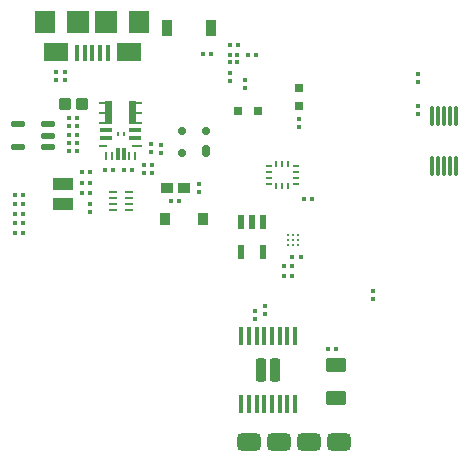
<source format=gbr>
%TF.GenerationSoftware,KiCad,Pcbnew,8.0.6*%
%TF.CreationDate,2025-09-09T16:11:22-07:00*%
%TF.ProjectId,Multimodal_Actuator_mk2,4d756c74-696d-46f6-9461-6c5f41637475,rev?*%
%TF.SameCoordinates,Original*%
%TF.FileFunction,Paste,Top*%
%TF.FilePolarity,Positive*%
%FSLAX46Y46*%
G04 Gerber Fmt 4.6, Leading zero omitted, Abs format (unit mm)*
G04 Created by KiCad (PCBNEW 8.0.6) date 2025-09-09 16:11:22*
%MOMM*%
%LPD*%
G01*
G04 APERTURE LIST*
G04 Aperture macros list*
%AMRoundRect*
0 Rectangle with rounded corners*
0 $1 Rounding radius*
0 $2 $3 $4 $5 $6 $7 $8 $9 X,Y pos of 4 corners*
0 Add a 4 corners polygon primitive as box body*
4,1,4,$2,$3,$4,$5,$6,$7,$8,$9,$2,$3,0*
0 Add four circle primitives for the rounded corners*
1,1,$1+$1,$2,$3*
1,1,$1+$1,$4,$5*
1,1,$1+$1,$6,$7*
1,1,$1+$1,$8,$9*
0 Add four rect primitives between the rounded corners*
20,1,$1+$1,$2,$3,$4,$5,0*
20,1,$1+$1,$4,$5,$6,$7,0*
20,1,$1+$1,$6,$7,$8,$9,0*
20,1,$1+$1,$8,$9,$2,$3,0*%
G04 Aperture macros list end*
%ADD10C,0.000000*%
%ADD11RoundRect,0.079500X0.100500X-0.079500X0.100500X0.079500X-0.100500X0.079500X-0.100500X-0.079500X0*%
%ADD12RoundRect,0.079500X-0.079500X-0.100500X0.079500X-0.100500X0.079500X0.100500X-0.079500X0.100500X0*%
%ADD13RoundRect,0.079500X0.079500X0.100500X-0.079500X0.100500X-0.079500X-0.100500X0.079500X-0.100500X0*%
%ADD14RoundRect,0.375000X-0.625000X-0.375000X0.625000X-0.375000X0.625000X0.375000X-0.625000X0.375000X0*%
%ADD15RoundRect,0.079500X-0.100500X0.079500X-0.100500X-0.079500X0.100500X-0.079500X0.100500X0.079500X0*%
%ADD16R,1.730000X1.140000*%
%ADD17R,0.475000X0.250000*%
%ADD18R,0.250000X0.475000*%
%ADD19RoundRect,0.232500X0.232500X-0.757500X0.232500X0.757500X-0.232500X0.757500X-0.232500X-0.757500X0*%
%ADD20RoundRect,0.100000X0.100000X-0.687500X0.100000X0.687500X-0.100000X0.687500X-0.100000X-0.687500X0*%
%ADD21R,0.750000X0.250000*%
%ADD22R,0.700000X0.250000*%
%ADD23RoundRect,0.113750X0.341250X0.421250X-0.341250X0.421250X-0.341250X-0.421250X0.341250X-0.421250X0*%
%ADD24R,0.800000X0.800000*%
%ADD25C,0.228600*%
%ADD26RoundRect,0.147500X0.457500X0.147500X-0.457500X0.147500X-0.457500X-0.147500X0.457500X-0.147500X0*%
%ADD27R,0.812800X1.346200*%
%ADD28R,0.400000X1.350000*%
%ADD29R,2.100000X1.600000*%
%ADD30R,1.800000X1.900000*%
%ADD31R,1.900000X1.900000*%
%ADD32RoundRect,0.044250X-0.250750X0.560750X-0.250750X-0.560750X0.250750X-0.560750X0.250750X0.560750X0*%
%ADD33RoundRect,0.175000X0.175000X0.325000X-0.175000X0.325000X-0.175000X-0.325000X0.175000X-0.325000X0*%
%ADD34RoundRect,0.150000X0.200000X0.150000X-0.200000X0.150000X-0.200000X-0.150000X0.200000X-0.150000X0*%
%ADD35R,0.812800X0.254000*%
%ADD36R,1.092200X0.304800*%
%ADD37R,0.508000X0.254000*%
%ADD38R,0.711200X0.254000*%
%ADD39R,0.254000X0.711200*%
%ADD40R,0.304800X1.092200*%
%ADD41R,0.254000X0.406400*%
%ADD42RoundRect,0.250000X0.287500X0.275000X-0.287500X0.275000X-0.287500X-0.275000X0.287500X-0.275000X0*%
%ADD43RoundRect,0.250000X-0.625000X0.375000X-0.625000X-0.375000X0.625000X-0.375000X0.625000X0.375000X0*%
%ADD44R,0.304800X0.304800*%
%ADD45RoundRect,0.087500X-0.087500X0.725000X-0.087500X-0.725000X0.087500X-0.725000X0.087500X0.725000X0*%
%ADD46R,1.000000X0.970000*%
G04 APERTURE END LIST*
D10*
%TO.C,U4001*%
G36*
X129992000Y-95677000D02*
G01*
X129408000Y-95677000D01*
X129408000Y-93723000D01*
X129992000Y-93723000D01*
X129992000Y-95677000D01*
G37*
G36*
X131992000Y-95677000D02*
G01*
X131408000Y-95677000D01*
X131408000Y-93723000D01*
X131992000Y-93723000D01*
X131992000Y-95677000D01*
G37*
%TD*%
D11*
%TO.C,R4003*%
X133300000Y-98065000D03*
X133300000Y-97375000D03*
%TD*%
%TO.C,R3003*%
X155900000Y-94790000D03*
X155900000Y-94100000D03*
%TD*%
D12*
%TO.C,C2014*%
X144535000Y-107700000D03*
X145225000Y-107700000D03*
%TD*%
D13*
%TO.C,C2012*%
X145945000Y-106900000D03*
X145255000Y-106900000D03*
%TD*%
D12*
%TO.C,C2013*%
X144535000Y-108500000D03*
X145225000Y-108500000D03*
%TD*%
%TO.C,R2011*%
X139990400Y-88950000D03*
X140680400Y-88950000D03*
%TD*%
D14*
%TO.C,J1001*%
X141560000Y-122600000D03*
X144100000Y-122600000D03*
X149180000Y-122600000D03*
X146640000Y-122600000D03*
%TD*%
D15*
%TO.C,R4002*%
X134100000Y-97450000D03*
X134100000Y-98140000D03*
%TD*%
D12*
%TO.C,C2008*%
X121755000Y-103250000D03*
X122445000Y-103250000D03*
%TD*%
D13*
%TO.C,C3001*%
X127020000Y-97262500D03*
X126330000Y-97262500D03*
%TD*%
D15*
%TO.C,R2007*%
X139990400Y-91360000D03*
X139990400Y-92050000D03*
%TD*%
D13*
%TO.C,C5003*%
X127020000Y-95862500D03*
X126330000Y-95862500D03*
%TD*%
D16*
%TO.C,L2001*%
X125800000Y-100750000D03*
X125800000Y-102444000D03*
%TD*%
D11*
%TO.C,D3001*%
X142900000Y-111790000D03*
X142900000Y-111100000D03*
%TD*%
D13*
%TO.C,R2006*%
X128125000Y-100650000D03*
X127435000Y-100650000D03*
%TD*%
D17*
%TO.C,U2002*%
X143237500Y-99250000D03*
X143237500Y-99750000D03*
X143237500Y-100250000D03*
X143237500Y-100750000D03*
D18*
X143900000Y-100912500D03*
X144400000Y-100912500D03*
X144900000Y-100912500D03*
D17*
X145562500Y-100750000D03*
X145562500Y-100250000D03*
X145562500Y-99750000D03*
X145562500Y-99250000D03*
D18*
X144900000Y-99087500D03*
X144400000Y-99087500D03*
X143900000Y-99087500D03*
%TD*%
D19*
%TO.C,U5001*%
X142620000Y-116500000D03*
X143780000Y-116500000D03*
D20*
X140925000Y-119362500D03*
X141575000Y-119362500D03*
X142225000Y-119362500D03*
X142875000Y-119362500D03*
X143525000Y-119362500D03*
X144175000Y-119362500D03*
X144825000Y-119362500D03*
X145475000Y-119362500D03*
X145475000Y-113637500D03*
X144825000Y-113637500D03*
X144175000Y-113637500D03*
X143525000Y-113637500D03*
X142875000Y-113637500D03*
X142225000Y-113637500D03*
X141575000Y-113637500D03*
X140925000Y-113637500D03*
%TD*%
D13*
%TO.C,C2003*%
X128145000Y-99750000D03*
X127455000Y-99750000D03*
%TD*%
D15*
%TO.C,C2010*%
X137300000Y-100725000D03*
X137300000Y-101415000D03*
%TD*%
D21*
%TO.C,IC2001*%
X131400000Y-102950000D03*
D22*
X131425000Y-102450000D03*
X131425000Y-101950000D03*
X131425000Y-101450000D03*
X130025000Y-101450000D03*
X130025000Y-101950000D03*
X130025000Y-102450000D03*
X130025000Y-102950000D03*
%TD*%
D13*
%TO.C,R2008*%
X130100000Y-99550000D03*
X129410000Y-99550000D03*
%TD*%
D12*
%TO.C,R2012*%
X141500400Y-89840400D03*
X142190400Y-89840400D03*
%TD*%
D13*
%TO.C,C5004*%
X127020000Y-95162500D03*
X126330000Y-95162500D03*
%TD*%
D11*
%TO.C,R2002*%
X145800000Y-95900000D03*
X145800000Y-95210000D03*
%TD*%
%TO.C,R1002*%
X152100000Y-110490000D03*
X152100000Y-109800000D03*
%TD*%
D13*
%TO.C,R4004*%
X131645000Y-99550000D03*
X130955000Y-99550000D03*
%TD*%
D11*
%TO.C,C5002*%
X142100000Y-112200000D03*
X142100000Y-111510000D03*
%TD*%
D23*
%TO.C,D2004*%
X134462500Y-103750000D03*
X137672500Y-103750000D03*
%TD*%
D24*
%TO.C,D2001*%
X142325000Y-94525000D03*
X140675000Y-94525000D03*
%TD*%
D25*
%TO.C,U2005*%
X144900000Y-105099900D03*
X145300050Y-105099900D03*
X145700100Y-105099900D03*
X144900000Y-105499950D03*
X145300050Y-105499950D03*
X145700100Y-105499950D03*
X144900000Y-105900000D03*
X145300050Y-105900000D03*
X145700100Y-105900000D03*
%TD*%
D26*
%TO.C,U6002*%
X124555000Y-97600000D03*
X124555000Y-96650000D03*
X124555000Y-95700000D03*
X122045000Y-95700000D03*
X122045000Y-97600000D03*
%TD*%
D13*
%TO.C,C2017*%
X122445000Y-101650000D03*
X121755000Y-101650000D03*
%TD*%
D12*
%TO.C,C2006*%
X135000000Y-102150000D03*
X135690000Y-102150000D03*
%TD*%
D27*
%TO.C,SW2001*%
X134607700Y-87550000D03*
X138392300Y-87550000D03*
%TD*%
D28*
%TO.C,J2001*%
X129600000Y-89675000D03*
X128950000Y-89675000D03*
X128300000Y-89675000D03*
X127650000Y-89675000D03*
X127000000Y-89675000D03*
D29*
X131400000Y-89550000D03*
X125200000Y-89550000D03*
D30*
X132300000Y-87000000D03*
D31*
X129500000Y-87000000D03*
X127100000Y-87000000D03*
D30*
X124300000Y-87000000D03*
%TD*%
D32*
%TO.C,U2006*%
X142800000Y-104000000D03*
X141850000Y-104000000D03*
X140900000Y-104000000D03*
X140900000Y-106510000D03*
X142800000Y-106510000D03*
%TD*%
D13*
%TO.C,C3002*%
X127020000Y-96562500D03*
X126330000Y-96562500D03*
%TD*%
%TO.C,R4005*%
X133400000Y-99150000D03*
X132710000Y-99150000D03*
%TD*%
%TO.C,C2002*%
X138400000Y-89750000D03*
X137710000Y-89750000D03*
%TD*%
D33*
%TO.C,D2003*%
X137900000Y-97950000D03*
D34*
X137900000Y-96250000D03*
X135900000Y-96250000D03*
X135900000Y-98150000D03*
%TD*%
D35*
%TO.C,U4001*%
X132094000Y-97500000D03*
D36*
X131954000Y-96850001D03*
X131954000Y-96200000D03*
D37*
X132246000Y-95550000D03*
X132246000Y-94699999D03*
X132246000Y-93850000D03*
X129154000Y-93850000D03*
X129154000Y-94699999D03*
X129154000Y-95550000D03*
D36*
X129446000Y-96200000D03*
X129446000Y-96850001D03*
D38*
X129256000Y-97500000D03*
D39*
X129450000Y-98394000D03*
X129949999Y-98394000D03*
D40*
X130450000Y-98204000D03*
X130950000Y-98204000D03*
D39*
X131450001Y-98394000D03*
X131950000Y-98394000D03*
D41*
X130950000Y-96525000D03*
X130450000Y-96525000D03*
%TD*%
D13*
%TO.C,C4002*%
X127020000Y-97962500D03*
X126330000Y-97962500D03*
%TD*%
D42*
%TO.C,C6001*%
X127400000Y-93962500D03*
X125975000Y-93962500D03*
%TD*%
D13*
%TO.C,C2001*%
X125965000Y-91950000D03*
X125275000Y-91950000D03*
%TD*%
D12*
%TO.C,C2009*%
X121755000Y-102450000D03*
X122445000Y-102450000D03*
%TD*%
%TO.C,C2020*%
X127435000Y-101550000D03*
X128125000Y-101550000D03*
%TD*%
D13*
%TO.C,C2011*%
X146900000Y-102000000D03*
X146210000Y-102000000D03*
%TD*%
D12*
%TO.C,R2001*%
X125275000Y-91250000D03*
X125965000Y-91250000D03*
%TD*%
%TO.C,C2015*%
X121735000Y-104900000D03*
X122425000Y-104900000D03*
%TD*%
D24*
%TO.C,D2002*%
X145800000Y-94100000D03*
X145800000Y-92600000D03*
%TD*%
D15*
%TO.C,R3002*%
X155900000Y-91410000D03*
X155900000Y-92100000D03*
%TD*%
D43*
%TO.C,D6002*%
X148900000Y-116100000D03*
X148900000Y-118900000D03*
%TD*%
D44*
%TO.C,LED2001*%
X140600000Y-90450000D03*
X140600000Y-89840400D03*
X139990400Y-89840400D03*
X139990400Y-90450000D03*
%TD*%
D13*
%TO.C,R6001*%
X148925000Y-114700000D03*
X148235000Y-114700000D03*
%TD*%
D12*
%TO.C,C6002*%
X121755000Y-104050000D03*
X122445000Y-104050000D03*
%TD*%
D11*
%TO.C,C2019*%
X128100000Y-103095000D03*
X128100000Y-102405000D03*
%TD*%
D15*
%TO.C,R2003*%
X141235400Y-91900000D03*
X141235400Y-92590000D03*
%TD*%
D45*
%TO.C,U3001*%
X159100000Y-94987500D03*
X158600000Y-94987500D03*
X158100000Y-94987500D03*
X157600000Y-94987500D03*
X157100000Y-94987500D03*
X157100000Y-99212500D03*
X157600000Y-99212500D03*
X158100000Y-99212500D03*
X158600000Y-99212500D03*
X159100000Y-99212500D03*
%TD*%
D46*
%TO.C,FL2001*%
X134600000Y-101050000D03*
X136070000Y-101050000D03*
%TD*%
D12*
%TO.C,C2022*%
X132710000Y-99850000D03*
X133400000Y-99850000D03*
%TD*%
M02*

</source>
